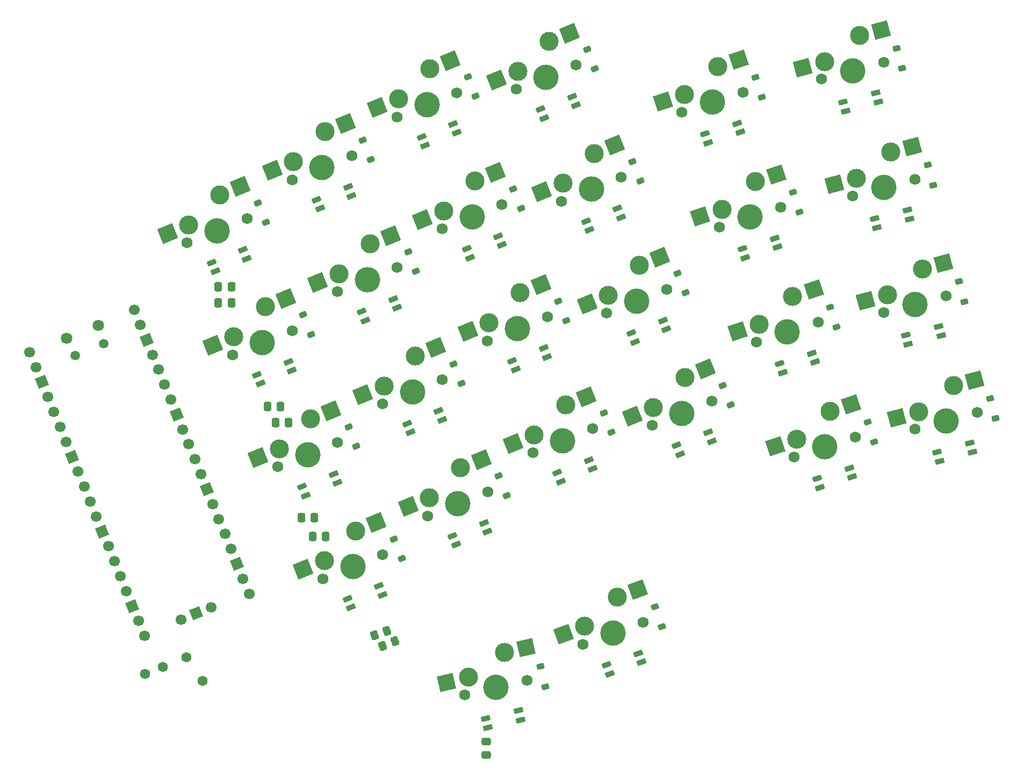
<source format=gbr>
%TF.GenerationSoftware,KiCad,Pcbnew,9.0.5*%
%TF.CreationDate,2025-10-09T16:26:15-06:00*%
%TF.ProjectId,ergo-kola (another copy),6572676f-2d6b-46f6-9c61-2028616e6f74,rev?*%
%TF.SameCoordinates,Original*%
%TF.FileFunction,Soldermask,Bot*%
%TF.FilePolarity,Negative*%
%FSLAX46Y46*%
G04 Gerber Fmt 4.6, Leading zero omitted, Abs format (unit mm)*
G04 Created by KiCad (PCBNEW 9.0.5) date 2025-10-09 16:26:15*
%MOMM*%
%LPD*%
G01*
G04 APERTURE LIST*
G04 Aperture macros list*
%AMRoundRect*
0 Rectangle with rounded corners*
0 $1 Rounding radius*
0 $2 $3 $4 $5 $6 $7 $8 $9 X,Y pos of 4 corners*
0 Add a 4 corners polygon primitive as box body*
4,1,4,$2,$3,$4,$5,$6,$7,$8,$9,$2,$3,0*
0 Add four circle primitives for the rounded corners*
1,1,$1+$1,$2,$3*
1,1,$1+$1,$4,$5*
1,1,$1+$1,$6,$7*
1,1,$1+$1,$8,$9*
0 Add four rect primitives between the rounded corners*
20,1,$1+$1,$2,$3,$4,$5,0*
20,1,$1+$1,$4,$5,$6,$7,0*
20,1,$1+$1,$6,$7,$8,$9,0*
20,1,$1+$1,$8,$9,$2,$3,0*%
%AMHorizOval*
0 Thick line with rounded ends*
0 $1 width*
0 $2 $3 position (X,Y) of the first rounded end (center of the circle)*
0 $4 $5 position (X,Y) of the second rounded end (center of the circle)*
0 Add line between two ends*
20,1,$1,$2,$3,$4,$5,0*
0 Add two circle primitives to create the rounded ends*
1,1,$1,$2,$3*
1,1,$1,$4,$5*%
%AMRotRect*
0 Rectangle, with rotation*
0 The origin of the aperture is its center*
0 $1 length*
0 $2 width*
0 $3 Rotation angle, in degrees counterclockwise*
0 Add horizontal line*
21,1,$1,$2,0,0,$3*%
G04 Aperture macros list end*
%ADD10C,1.750000*%
%ADD11C,3.000000*%
%ADD12C,4.000000*%
%ADD13RotRect,2.550000X2.500000X18.000000*%
%ADD14RotRect,2.550000X2.500000X15.000000*%
%ADD15C,1.600000*%
%ADD16RotRect,2.550000X2.500000X22.000000*%
%ADD17HorizOval,1.800000X0.000000X0.000000X0.000000X0.000000X0*%
%ADD18HorizOval,1.500000X0.000000X0.000000X0.000000X0.000000X0*%
%ADD19HorizOval,1.700000X0.000000X0.000000X0.000000X0.000000X0*%
%ADD20RotRect,1.700000X1.700000X22.000000*%
%ADD21RotRect,2.550000X2.500000X20.000000*%
%ADD22RotRect,2.550000X2.500000X13.000000*%
%ADD23RoundRect,0.250000X-0.337500X-0.475000X0.337500X-0.475000X0.337500X0.475000X-0.337500X0.475000X0*%
%ADD24RoundRect,0.225000X0.420456X-0.120276X0.303988X0.314390X-0.420456X0.120276X-0.303988X-0.314390X0*%
%ADD25RoundRect,0.250000X-0.154687X-0.561786X0.479606X-0.330922X0.154687X0.561786X-0.479606X0.330922X0*%
%ADD26RotRect,1.450000X0.820000X195.000000*%
%ADD27RoundRect,0.205000X0.449224X0.332601X-0.555339X0.063429X-0.449224X-0.332601X0.555339X-0.063429X0*%
%ADD28RoundRect,0.225000X0.426175X-0.098106X0.287117X0.329869X-0.426175X0.098106X-0.287117X-0.329869X0*%
%ADD29RotRect,1.450000X0.820000X202.000000*%
%ADD30RoundRect,0.205000X0.405341X0.384868X-0.558930X-0.004723X-0.405341X-0.384868X0.558930X0.004723X0*%
%ADD31RoundRect,0.225000X0.431980X-0.068139X0.263407X0.349094X-0.431980X0.068139X-0.263407X-0.349094X0*%
%ADD32RoundRect,0.250000X0.475000X-0.337500X0.475000X0.337500X-0.475000X0.337500X-0.475000X-0.337500X0*%
%ADD33RotRect,1.450000X0.820000X198.000000*%
%ADD34RoundRect,0.205000X0.431201X0.355655X-0.557898X0.034278X-0.431201X-0.355655X0.557898X-0.034278X0*%
%ADD35RotRect,1.450000X0.820000X193.000000*%
%ADD36RoundRect,0.205000X0.460557X0.316720X-0.552787X0.082771X-0.460557X-0.316720X0.552787X-0.082771X0*%
%ADD37RoundRect,0.225000X0.416003X-0.134877X0.314775X0.303590X-0.416003X0.134877X-0.314775X-0.303590X0*%
%ADD38RotRect,1.450000X0.820000X200.000000*%
%ADD39RoundRect,0.205000X0.418526X0.370487X-0.558754X0.014787X-0.418526X-0.370487X0.558754X-0.014787X0*%
%ADD40RoundRect,0.225000X0.429339X-0.083173X0.275430X0.339688X-0.429339X0.083173X-0.275430X-0.339688X0*%
G04 APERTURE END LIST*
D10*
%TO.C,SW30*%
X327014299Y-80865964D03*
D11*
X327437238Y-78057829D03*
D12*
X331845666Y-79296158D03*
D11*
X332691543Y-73679888D03*
D10*
X336677033Y-77726352D03*
D13*
X324013434Y-79170290D03*
X335996465Y-72606054D03*
%TD*%
D10*
%TO.C,SW38*%
X351989227Y-94617472D03*
D11*
X352558552Y-91835320D03*
D12*
X356896130Y-93302671D03*
D11*
X358034781Y-87738367D03*
D10*
X361803033Y-91987870D03*
D14*
X349081219Y-92767069D03*
X361391373Y-86838971D03*
%TD*%
D15*
%TO.C,J2*%
X239710022Y-134262772D03*
X237134569Y-130557770D03*
X233425833Y-132056196D03*
X230644282Y-133180016D03*
%TD*%
D10*
%TO.C,SW8*%
X270330739Y-45359023D03*
D11*
X270556762Y-42528226D03*
D12*
X275040833Y-43456022D03*
D11*
X275492878Y-37794427D03*
D10*
X279750927Y-41553021D03*
D16*
X267218900Y-43876811D03*
X278714842Y-36492669D03*
%TD*%
D10*
%TO.C,SW28*%
X284603246Y-80684733D03*
D11*
X284829269Y-77853936D03*
D12*
X289313340Y-78781732D03*
D11*
X289765385Y-73120137D03*
D10*
X294023434Y-76878731D03*
D16*
X281491407Y-79202520D03*
X292987349Y-71818379D03*
%TD*%
D10*
%TO.C,SW10*%
X253794653Y-55284149D03*
D11*
X254020677Y-52453352D03*
D12*
X258504747Y-53381148D03*
D11*
X258956791Y-47719553D03*
D10*
X263214841Y-51478147D03*
D16*
X250682814Y-53801936D03*
X262178755Y-46417796D03*
%TD*%
D10*
%TO.C,SW40*%
X291739510Y-98347588D03*
D11*
X291965533Y-95516791D03*
D12*
X296449604Y-96444587D03*
D11*
X296901649Y-90782992D03*
D10*
X301159698Y-94541586D03*
D16*
X288627671Y-96865375D03*
X300123613Y-89481234D03*
%TD*%
D10*
%TO.C,SW22*%
X260930916Y-72947004D03*
D11*
X261156940Y-70116207D03*
D12*
X265641010Y-71044003D03*
D11*
X266093054Y-65382408D03*
D10*
X270351104Y-69141002D03*
D16*
X257819077Y-71464791D03*
X269315018Y-64080651D03*
%TD*%
D10*
%TO.C,SW44*%
X251531094Y-100534985D03*
D11*
X251757118Y-97704188D03*
D12*
X256241188Y-98631984D03*
D11*
X256693233Y-92970389D03*
D10*
X260951282Y-96728983D03*
D16*
X248419255Y-99052772D03*
X259915197Y-91668631D03*
%TD*%
D10*
%TO.C,SW42*%
X332901072Y-98983581D03*
D11*
X333324011Y-96175446D03*
D12*
X337732439Y-97413775D03*
D11*
X338578316Y-91797505D03*
D10*
X342563806Y-95843969D03*
D13*
X329900207Y-97287907D03*
X341883238Y-90723671D03*
%TD*%
D10*
%TO.C,SW18*%
X321127526Y-62748327D03*
D11*
X321550464Y-59940193D03*
D12*
X325958892Y-61178522D03*
D11*
X326804769Y-55562252D03*
D10*
X330790258Y-59608717D03*
D13*
X318126660Y-61052653D03*
X330109691Y-54488419D03*
%TD*%
D10*
%TO.C,SW48*%
X258667357Y-118197841D03*
D11*
X258893381Y-115367044D03*
D12*
X263377451Y-116294840D03*
D11*
X263829496Y-110633245D03*
D10*
X268087545Y-114391839D03*
D16*
X255555518Y-116715628D03*
X267051460Y-109331487D03*
%TD*%
D10*
%TO.C,SW34*%
X268067179Y-90609859D03*
D11*
X268293202Y-87779062D03*
D12*
X272777273Y-88706858D03*
D11*
X273229318Y-83045263D03*
D10*
X277487367Y-86803857D03*
D16*
X264955340Y-89127646D03*
X276451282Y-81743505D03*
%TD*%
D10*
%TO.C,SW46*%
X275203424Y-108272714D03*
D11*
X275429447Y-105441917D03*
D12*
X279913518Y-106369713D03*
D11*
X280365563Y-100708118D03*
D10*
X284623612Y-104466712D03*
D16*
X272091585Y-106790501D03*
X283587527Y-99406360D03*
%TD*%
D10*
%TO.C,SW26*%
X347058725Y-76216581D03*
D11*
X347628050Y-73434429D03*
D12*
X351965628Y-74901780D03*
D11*
X353104280Y-69337476D03*
D10*
X356872531Y-73586979D03*
D14*
X344150718Y-74366178D03*
X356460871Y-68438080D03*
%TD*%
D10*
%TO.C,SW32*%
X244394849Y-82872130D03*
D11*
X244620873Y-80041333D03*
D12*
X249104943Y-80969129D03*
D11*
X249556988Y-75307534D03*
D10*
X253815037Y-79066128D03*
D16*
X241283010Y-81389917D03*
X252778952Y-74005776D03*
%TD*%
D10*
%TO.C,SW4*%
X289120363Y-41011641D03*
D11*
X289346387Y-38180844D03*
D12*
X293830457Y-39108640D03*
D11*
X294282501Y-33447045D03*
D10*
X298540551Y-37205639D03*
D16*
X286008524Y-39529428D03*
X297504465Y-32145288D03*
%TD*%
D10*
%TO.C,SW12*%
X342128223Y-57815691D03*
D11*
X342697548Y-55033539D03*
D12*
X347035126Y-56500890D03*
D11*
X348173777Y-50936586D03*
D10*
X351942029Y-55186089D03*
D14*
X339220214Y-55965288D03*
X351530368Y-50037190D03*
%TD*%
D17*
%TO.C,U2*%
X218226866Y-80272856D03*
D18*
X219640079Y-82969842D03*
X224136921Y-81153001D03*
D17*
X223280018Y-78231251D03*
D19*
X212462078Y-82461772D03*
X213413579Y-84816819D03*
D20*
X214365080Y-87171866D03*
D19*
X215316581Y-89526913D03*
X216268081Y-91881960D03*
X217219582Y-94237007D03*
X218171083Y-96592054D03*
D20*
X219122584Y-98947101D03*
D19*
X220074084Y-101302148D03*
X221025585Y-103657195D03*
X221977086Y-106012242D03*
X222928587Y-108367289D03*
D20*
X223880087Y-110722336D03*
D19*
X224831588Y-113077383D03*
X225783089Y-115432430D03*
X226734590Y-117787477D03*
X227686090Y-120142524D03*
D20*
X228637591Y-122497571D03*
D19*
X229589092Y-124852618D03*
X230540593Y-127207665D03*
X247025922Y-120547160D03*
X246074421Y-118192113D03*
D20*
X245122920Y-115837066D03*
D19*
X244171419Y-113482019D03*
X243219919Y-111126972D03*
X242268418Y-108771925D03*
X241316917Y-106416878D03*
D20*
X240365416Y-104061831D03*
D19*
X239413916Y-101706784D03*
X238462415Y-99351737D03*
X237510914Y-96996690D03*
X236559413Y-94641643D03*
D20*
X235607913Y-92286596D03*
D19*
X234656412Y-89931549D03*
X233704911Y-87576502D03*
X232753410Y-85221455D03*
X231801910Y-82866408D03*
D20*
X230850409Y-80511361D03*
D19*
X229898908Y-78156314D03*
X228947407Y-75801267D03*
X236342051Y-124615661D03*
D20*
X238697098Y-123664160D03*
D19*
X241052146Y-122712659D03*
%TD*%
D10*
%TO.C,SW50*%
X299600822Y-128502753D03*
D11*
X299925502Y-125681568D03*
D12*
X304374461Y-126765291D03*
D11*
X305023818Y-121122921D03*
D10*
X309148100Y-125027829D03*
D21*
X296542608Y-126912841D03*
X308289250Y-119934401D03*
%TD*%
D10*
%TO.C,SW52*%
X280962906Y-136485571D03*
D11*
X281628981Y-133724986D03*
D12*
X285912706Y-135342820D03*
D11*
X287244855Y-129821647D03*
D10*
X290862506Y-134200069D03*
D22*
X278121248Y-134534807D03*
X290630792Y-129039939D03*
%TD*%
D10*
%TO.C,SW36*%
X310529134Y-94000207D03*
D11*
X310755157Y-91169410D03*
D12*
X315239228Y-92097206D03*
D11*
X315691273Y-86435611D03*
D10*
X319949322Y-90194205D03*
D16*
X307417295Y-92517994D03*
X318913237Y-85133853D03*
%TD*%
D10*
%TO.C,SW2*%
X337197721Y-39414800D03*
D11*
X337767046Y-36632649D03*
D12*
X342104624Y-38100000D03*
D11*
X343243274Y-32535696D03*
D10*
X347011527Y-36785200D03*
D14*
X334289712Y-37564398D03*
X346599867Y-31636299D03*
%TD*%
D10*
%TO.C,SW20*%
X237258587Y-65209274D03*
D11*
X237484610Y-62378478D03*
D12*
X241968680Y-63306274D03*
D11*
X242420725Y-57644679D03*
D10*
X246678773Y-61403274D03*
D16*
X234146747Y-63727061D03*
X245642690Y-56342922D03*
%TD*%
D10*
%TO.C,SW14*%
X296256626Y-58674496D03*
D11*
X296482649Y-55843699D03*
D12*
X300966720Y-56771495D03*
D11*
X301418765Y-51109900D03*
D10*
X305676814Y-54868494D03*
D16*
X293144787Y-57192284D03*
X304640729Y-49808142D03*
%TD*%
D10*
%TO.C,SW24*%
X303392871Y-76337351D03*
D11*
X303618894Y-73506554D03*
D12*
X308102965Y-74434350D03*
D11*
X308555010Y-68772755D03*
D10*
X312813059Y-72531349D03*
D16*
X300281032Y-74855139D03*
X311776974Y-67470997D03*
%TD*%
D10*
%TO.C,SW16*%
X277467002Y-63021878D03*
D11*
X277693026Y-60191081D03*
D12*
X282177096Y-61118877D03*
D11*
X282629140Y-55457282D03*
D10*
X286887190Y-59215876D03*
D16*
X274355163Y-61539665D03*
X285851104Y-54155525D03*
%TD*%
D10*
%TO.C,SW6*%
X315240752Y-44630710D03*
D11*
X315663690Y-41822576D03*
D12*
X320072118Y-43060905D03*
D11*
X320917995Y-37444635D03*
D10*
X324903484Y-41491100D03*
D13*
X312239886Y-42935036D03*
X324222917Y-36370802D03*
%TD*%
D23*
%TO.C,C14*%
X255227000Y-108585000D03*
X257302000Y-108585000D03*
%TD*%
D24*
%TO.C,D2*%
X349892028Y-37721577D03*
X349037928Y-34534021D03*
%TD*%
D25*
%TO.C,C17*%
X268011069Y-128751846D03*
X269960931Y-128042154D03*
%TD*%
D26*
%TO.C,L38*%
X360994073Y-98260995D03*
X360605844Y-96812107D03*
D27*
X355438141Y-98196789D03*
D26*
X355826370Y-99645677D03*
%TD*%
D28*
%TO.C,D18*%
X333715820Y-60393056D03*
X332696064Y-57254570D03*
%TD*%
D29*
%TO.C,L24*%
X312774630Y-78856302D03*
X312212720Y-77465526D03*
D30*
X307252286Y-79469672D03*
D29*
X307814196Y-80860448D03*
%TD*%
D31*
%TO.C,D46*%
X287596759Y-105045064D03*
X286360557Y-101985358D03*
%TD*%
D29*
%TO.C,L10*%
X263176412Y-57803100D03*
X262614502Y-56412324D03*
D30*
X257654068Y-58416470D03*
D29*
X258215978Y-59807246D03*
%TD*%
%TO.C,L36*%
X319910893Y-96519158D03*
X319348983Y-95128382D03*
D30*
X314388549Y-97132528D03*
D29*
X314950459Y-98523304D03*
%TD*%
D32*
%TO.C,C18*%
X284353000Y-145944500D03*
X284353000Y-143869500D03*
%TD*%
D33*
%TO.C,L18*%
X330310717Y-65915582D03*
X329847191Y-64488997D03*
D34*
X324759039Y-66142238D03*
D33*
X325222565Y-67568823D03*
%TD*%
D26*
%TO.C,L2*%
X346202567Y-43058324D03*
X345814338Y-41609436D03*
D27*
X340646635Y-42994118D03*
D26*
X341034864Y-44443006D03*
%TD*%
D35*
%TO.C,L52*%
X289835109Y-140441140D03*
X289497683Y-138979585D03*
D36*
X284284803Y-140183074D03*
D35*
X284622229Y-141644629D03*
%TD*%
D37*
%TO.C,D52*%
X293708574Y-135236404D03*
X292966236Y-132020982D03*
%TD*%
D25*
%TO.C,C16*%
X266741069Y-127100846D03*
X268690931Y-126391154D03*
%TD*%
D28*
%TO.C,D42*%
X345489367Y-96628309D03*
X344469611Y-93489823D03*
%TD*%
D31*
%TO.C,D40*%
X304132845Y-95119938D03*
X302896643Y-92060232D03*
%TD*%
D29*
%TO.C,L8*%
X279712498Y-47877974D03*
X279150588Y-46487198D03*
D30*
X274190154Y-48491344D03*
D29*
X274752064Y-49882120D03*
%TD*%
D28*
%TO.C,D30*%
X339602594Y-78510692D03*
X338582838Y-75372206D03*
%TD*%
D31*
%TO.C,D32*%
X256788184Y-79644480D03*
X255551982Y-76584774D03*
%TD*%
D29*
%TO.C,L34*%
X277448938Y-93128810D03*
X276887028Y-91738034D03*
D30*
X271926594Y-93742180D03*
D29*
X272488504Y-95132956D03*
%TD*%
%TO.C,L48*%
X268049116Y-120716792D03*
X267487206Y-119326016D03*
D30*
X262526772Y-121330162D03*
D29*
X263088682Y-122720938D03*
%TD*%
D33*
%TO.C,L42*%
X342084264Y-102150835D03*
X341620738Y-100724250D03*
D34*
X336532586Y-102377491D03*
D33*
X336996112Y-103804076D03*
%TD*%
D31*
%TO.C,D34*%
X280460514Y-87382209D03*
X279224312Y-84322503D03*
%TD*%
D29*
%TO.C,L46*%
X284585183Y-110791665D03*
X284023273Y-109400889D03*
D30*
X279062839Y-111405035D03*
D29*
X279624749Y-112795811D03*
%TD*%
D31*
%TO.C,D36*%
X322922469Y-90772557D03*
X321686267Y-87712851D03*
%TD*%
D23*
%TO.C,C13*%
X251163000Y-93599000D03*
X253238000Y-93599000D03*
%TD*%
D31*
%TO.C,D10*%
X266187988Y-52056499D03*
X264951786Y-48996793D03*
%TD*%
D23*
%TO.C,C15*%
X257026500Y-111506000D03*
X259101500Y-111506000D03*
%TD*%
D29*
%TO.C,L16*%
X286848761Y-65540829D03*
X286286851Y-64150053D03*
D30*
X281326417Y-66154199D03*
D29*
X281888327Y-67544975D03*
%TD*%
%TO.C,L20*%
X246640345Y-67728226D03*
X246078435Y-66337450D03*
D30*
X241118001Y-68341596D03*
D29*
X241679911Y-69732372D03*
%TD*%
D33*
%TO.C,L6*%
X324423943Y-47797965D03*
X323960417Y-46371380D03*
D34*
X318872265Y-48024621D03*
D33*
X319335791Y-49451206D03*
%TD*%
D31*
%TO.C,D22*%
X273324251Y-69719354D03*
X272088049Y-66659648D03*
%TD*%
%TO.C,D14*%
X308649961Y-55446846D03*
X307413759Y-52387140D03*
%TD*%
D26*
%TO.C,L12*%
X351133069Y-61459214D03*
X350744840Y-60010326D03*
D27*
X345577137Y-61395008D03*
D26*
X345965366Y-62843896D03*
%TD*%
D38*
%TO.C,L50*%
X308888956Y-131347589D03*
X308375926Y-129938050D03*
D39*
X303348570Y-131767857D03*
D38*
X303861600Y-133177396D03*
%TD*%
D40*
%TO.C,D50*%
X312099251Y-125709591D03*
X310970585Y-122608605D03*
%TD*%
D29*
%TO.C,L28*%
X293985005Y-83203684D03*
X293423095Y-81812908D03*
D30*
X288462661Y-83817054D03*
D29*
X289024571Y-85207830D03*
%TD*%
D24*
%TO.C,D12*%
X354822530Y-56122467D03*
X353968430Y-52934911D03*
%TD*%
D29*
%TO.C,L44*%
X260912853Y-103053936D03*
X260350943Y-101663160D03*
D30*
X255390509Y-103667306D03*
D29*
X255952419Y-105058082D03*
%TD*%
D31*
%TO.C,D20*%
X249651921Y-61981625D03*
X248415719Y-58921919D03*
%TD*%
%TO.C,D44*%
X263924429Y-97307335D03*
X262688227Y-94247629D03*
%TD*%
%TO.C,D4*%
X301513698Y-37783991D03*
X300277496Y-34724285D03*
%TD*%
D29*
%TO.C,L4*%
X298502122Y-43530592D03*
X297940212Y-42139816D03*
D30*
X292979778Y-44143962D03*
D29*
X293541688Y-45534738D03*
%TD*%
D28*
%TO.C,D6*%
X327829046Y-42275439D03*
X326809290Y-39136953D03*
%TD*%
D29*
%TO.C,L40*%
X301121269Y-100866539D03*
X300559359Y-99475763D03*
D30*
X295598925Y-101479909D03*
D29*
X296160835Y-102870685D03*
%TD*%
D23*
%TO.C,C11*%
X242167500Y-74676000D03*
X244242500Y-74676000D03*
%TD*%
D29*
%TO.C,L32*%
X253776608Y-85391081D03*
X253214698Y-84000305D03*
D30*
X248254264Y-86004451D03*
D29*
X248816174Y-87395227D03*
%TD*%
D24*
%TO.C,D38*%
X364683534Y-92924248D03*
X363829434Y-89736692D03*
%TD*%
D31*
%TO.C,D28*%
X296996581Y-77457083D03*
X295760379Y-74397377D03*
%TD*%
D23*
%TO.C,C12*%
X249914500Y-91059000D03*
X251989500Y-91059000D03*
%TD*%
D31*
%TO.C,D8*%
X282724074Y-42131373D03*
X281487872Y-39071667D03*
%TD*%
D26*
%TO.C,L26*%
X356063571Y-79860104D03*
X355675342Y-78411216D03*
D27*
X350507639Y-79795898D03*
D26*
X350895868Y-81244786D03*
%TD*%
D31*
%TO.C,D24*%
X315786206Y-73109701D03*
X314550004Y-70049995D03*
%TD*%
%TO.C,D48*%
X271060692Y-114970191D03*
X269824490Y-111910485D03*
%TD*%
%TO.C,D16*%
X289860337Y-59794228D03*
X288624135Y-56734522D03*
%TD*%
D24*
%TO.C,D26*%
X359753032Y-74523357D03*
X358898932Y-71335801D03*
%TD*%
D23*
%TO.C,C10*%
X242146000Y-72136000D03*
X244221000Y-72136000D03*
%TD*%
D33*
%TO.C,L30*%
X336197491Y-84033218D03*
X335733965Y-82606633D03*
D34*
X330645813Y-84259874D03*
D33*
X331109339Y-85686459D03*
%TD*%
D29*
%TO.C,L14*%
X305638385Y-61193447D03*
X305076475Y-59802671D03*
D30*
X300116041Y-61806817D03*
D29*
X300677951Y-63197593D03*
%TD*%
%TO.C,L22*%
X270312675Y-75465955D03*
X269750765Y-74075179D03*
D30*
X264790331Y-76079325D03*
D29*
X265352241Y-77470101D03*
%TD*%
M02*

</source>
